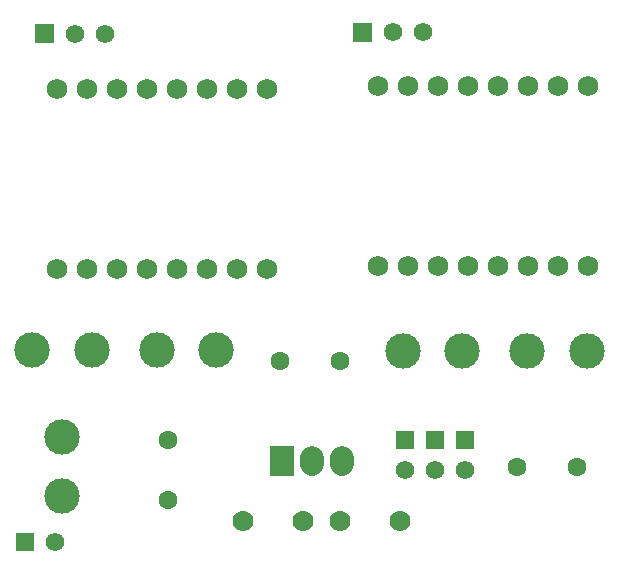
<source format=gbl>
G04 Layer: BottomLayer*
G04 EasyEDA v6.4.19.4, 2021-04-26T19:44:21+05:30*
G04 545d4b8ce55c4096bfffc31d6a5384ca,10*
G04 Gerber Generator version 0.2*
G04 Scale: 100 percent, Rotated: No, Reflected: No *
G04 Dimensions in millimeters *
G04 leading zeros omitted , absolute positions ,4 integer and 5 decimal *
%FSLAX45Y45*%
%MOMM*%

%ADD12C,1.6000*%
%ADD13R,1.5748X1.5748*%
%ADD14C,1.5748*%
%ADD15C,3.0000*%
%ADD16C,1.7780*%
%ADD18C,1.7500*%
%ADD19C,2.0000*%

%LPD*%
D12*
G01*
X4991100Y3238500D03*
G01*
X4483100Y3238500D03*
G01*
X2984500Y4140200D03*
G01*
X2476500Y4140200D03*
D13*
G01*
X317500Y2603500D03*
D14*
G01*
X571500Y2603500D03*
D13*
G01*
X4038600Y3467100D03*
D14*
G01*
X4038600Y3213100D03*
D13*
G01*
X3784600Y3467100D03*
D14*
G01*
X3784600Y3213100D03*
D13*
G01*
X3530600Y3467100D03*
D14*
G01*
X3530600Y3213100D03*
D12*
G01*
X1524000Y3467100D03*
G01*
X1524000Y2959100D03*
D14*
G01*
X3683000Y6921500D03*
G01*
X3429000Y6921500D03*
G36*
X3096259Y7000239D02*
G01*
X3253740Y7000239D01*
X3253740Y6842760D01*
X3096259Y6842760D01*
G37*
G01*
X990600Y6908800D03*
G01*
X736600Y6908800D03*
G36*
X403860Y6987539D02*
G01*
X561339Y6987539D01*
X561339Y6830060D01*
X403860Y6830060D01*
G37*
D15*
G01*
X879602Y4234789D03*
G01*
X378205Y4234789D03*
G01*
X5070602Y4222089D03*
G01*
X4569206Y4222089D03*
G01*
X4016502Y4222089D03*
G01*
X3515106Y4222089D03*
G01*
X627989Y2993897D03*
G01*
X627989Y3495294D03*
G01*
X1933702Y4234789D03*
G01*
X1432305Y4234789D03*
D16*
G01*
X2159000Y2781300D03*
G01*
X2667000Y2781300D03*
G01*
X3492500Y2781300D03*
G01*
X2984500Y2781300D03*
G36*
X2389124Y3414268D02*
G01*
X2589275Y3414268D01*
X2589275Y3164331D01*
X2389124Y3164331D01*
G37*
D18*
G01*
X3302000Y4940300D03*
G01*
X3810000Y4940300D03*
G01*
X3556000Y4940300D03*
G01*
X4064000Y4940300D03*
G01*
X4318000Y4940300D03*
G01*
X4572000Y4940300D03*
G01*
X4826000Y4940300D03*
G01*
X5080000Y4940300D03*
G01*
X3302000Y6464300D03*
G01*
X3810000Y6464300D03*
G01*
X3556000Y6464300D03*
G01*
X4064000Y6464300D03*
G01*
X4318000Y6464300D03*
G01*
X4572000Y6464300D03*
G01*
X4826000Y6464300D03*
G01*
X5080000Y6464300D03*
G01*
X584200Y4914900D03*
G01*
X1092200Y4914900D03*
G01*
X838200Y4914900D03*
G01*
X1346200Y4914900D03*
G01*
X1600200Y4914900D03*
G01*
X1854200Y4914900D03*
G01*
X2108200Y4914900D03*
G01*
X2362200Y4914900D03*
G01*
X584200Y6438900D03*
G01*
X1092200Y6438900D03*
G01*
X838200Y6438900D03*
G01*
X1346200Y6438900D03*
G01*
X1600200Y6438900D03*
G01*
X1854200Y6438900D03*
G01*
X2108200Y6438900D03*
G01*
X2362200Y6438900D03*
D19*
X2743200Y3314298D02*
G01*
X2743200Y3264298D01*
X2997200Y3314298D02*
G01*
X2997200Y3264298D01*
M02*

</source>
